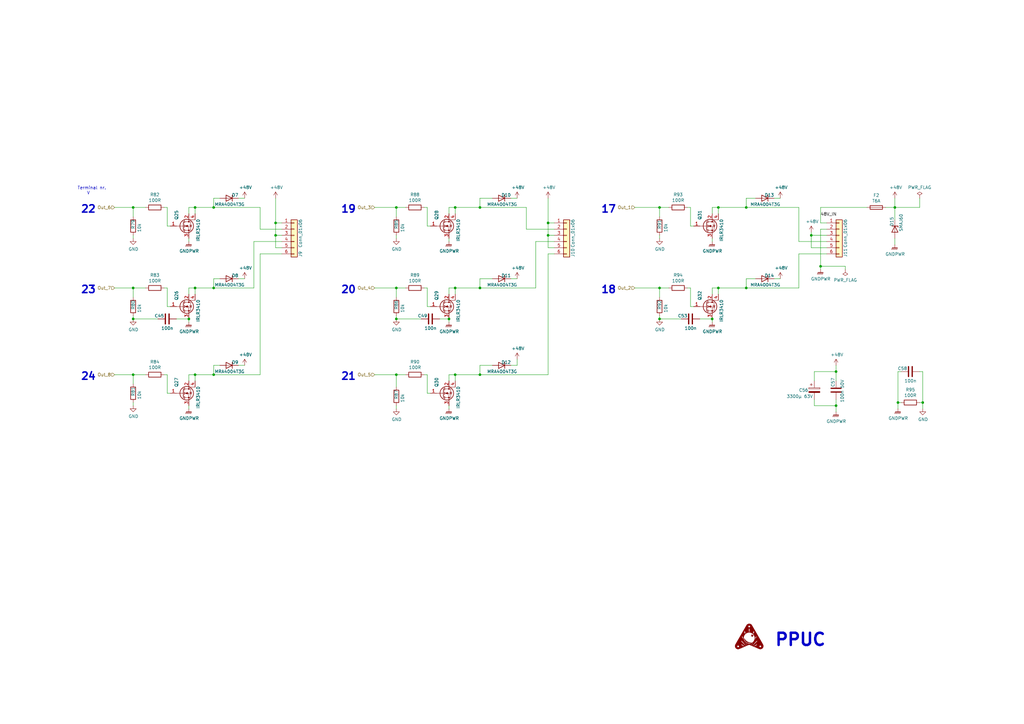
<source format=kicad_sch>
(kicad_sch (version 20211123) (generator eeschema)
  (paper "A3")
  (title_block (title "High Power Outputs") (date "2023-01-29") (rev "1.0.0"))
  (lib_symbols
    (symbol "Connector_Generic:Conn_01x06" (pin_names (offset 1.016) hide)
      (property "Reference" "J" (at 0 7.62 0))
      (property "Value" "Conn_01x06" (at 0 -10.16 0))
      (symbol "Conn_01x06_1_1"
        (rectangle (start -1.27 -7.493) (end 0 -7.747) (stroke (width 0.1524)))
        (rectangle (start -1.27 -4.953) (end 0 -5.207) (stroke (width 0.1524)))
        (rectangle (start -1.27 -2.413) (end 0 -2.667) (stroke (width 0.1524)))
        (rectangle (start -1.27 0.127) (end 0 -0.127) (stroke (width 0.1524)))
        (rectangle (start -1.27 2.667) (end 0 2.413) (stroke (width 0.1524)))
        (rectangle (start -1.27 5.207) (end 0 4.953) (stroke (width 0.1524)))
        (rectangle (start -1.27 6.35) (end 1.27 -8.89) (stroke (width 0.254)) (fill (type background)))
        (pin passive line (at -5.08 5.08 0) (length 3.81) (name "Pin_1") (number "1"))
        (pin passive line (at -5.08 2.54 0) (length 3.81) (name "Pin_2") (number "2"))
        (pin passive line (at -5.08 0 0) (length 3.81) (name "Pin_3") (number "3"))
        (pin passive line (at -5.08 -2.54 0) (length 3.81) (name "Pin_4") (number "4"))
        (pin passive line (at -5.08 -5.08 0) (length 3.81) (name "Pin_5") (number "5"))
        (pin passive line (at -5.08 -7.62 0) (length 3.81) (name "Pin_6") (number "6"))
      )
    )
    (symbol "Device:C" (pin_numbers hide) (pin_names (offset 0.254))
      (property "Reference" "C" (at 0.635 2.54 0))
      (property "Value" "C" (at 0.635 -2.54 0))
      (symbol "C_0_1"
        (polyline (pts (xy -2.032 -0.762) (xy 2.032 -0.762)) (stroke (width 0.508)))
        (polyline (pts (xy -2.032 0.762) (xy 2.032 0.762)) (stroke (width 0.508)))
      )
      (symbol "C_1_1"
        (pin passive line (at 0 3.81 270) (length 2.794) (name "~") (number "1"))
        (pin passive line (at 0 -3.81 90) (length 2.794) (name "~") (number "2"))
      )
    )
    (symbol "Device:C_Polarized" (pin_numbers hide) (pin_names (offset 0.254))
      (property "Reference" "C" (at 0.635 2.54 0))
      (property "Value" "C_Polarized" (at 0.635 -2.54 0))
      (symbol "C_Polarized_0_1"
        (rectangle (start -2.286 0.508) (end 2.286 1.016))
        (polyline (pts (xy -1.778 2.286) (xy -0.762 2.286)))
        (polyline (pts (xy -1.27 2.794) (xy -1.27 1.778)))
        (rectangle (start 2.286 -0.508) (end -2.286 -1.016) (fill (type outline)))
      )
      (symbol "C_Polarized_1_1"
        (pin passive line (at 0 3.81 270) (length 2.794) (name "~") (number "1"))
        (pin passive line (at 0 -3.81 90) (length 2.794) (name "~") (number "2"))
      )
    )
    (symbol "Device:D_Zener" (pin_numbers hide) (pin_names (offset 1.016) hide)
      (property "Reference" "D" (at 0 2.54 0))
      (property "Value" "D_Zener" (at 0 -2.54 0))
      (symbol "D_Zener_0_1"
        (polyline (pts (xy 1.27 0) (xy -1.27 0)))
        (polyline (pts (xy -1.27 -1.27) (xy -1.27 1.27) (xy -0.762 1.27)) (stroke (width 0.254)))
        (polyline (pts (xy 1.27 -1.27) (xy 1.27 1.27) (xy -1.27 0) (xy 1.27 -1.27)) (stroke (width 0.254)))
      )
      (symbol "D_Zener_1_1"
        (pin passive line (at -3.81 0 0) (length 2.54) (name "K") (number "1"))
        (pin passive line (at 3.81 0 180) (length 2.54) (name "A") (number "2"))
      )
    )
    (symbol "Device:Fuse" (pin_numbers hide) (pin_names (offset 0))
      (property "Reference" "F" (at 2.032 0 90))
      (property "Value" "Fuse" (at -1.905 0 90))
      (symbol "Fuse_0_1"
        (rectangle (start -0.762 -2.54) (end 0.762 2.54) (stroke (width 0.254)))
        (polyline (pts (xy 0 2.54) (xy 0 -2.54)))
      )
      (symbol "Fuse_1_1"
        (pin passive line (at 0 3.81 270) (length 1.27) (name "~") (number "1"))
        (pin passive line (at 0 -3.81 90) (length 1.27) (name "~") (number "2"))
      )
    )
    (symbol "Device:Q_NMOS_GDSD" (pin_names (offset 0) hide)
      (property "Reference" "Q" (at 5.08 1.27 0))
      (property "Value" "Q_NMOS_GDSD" (at 5.08 -1.27 0))
      (symbol "Q_NMOS_GDSD_0_1"
        (polyline (pts (xy 0.254 0) (xy -2.54 0)))
        (polyline (pts (xy 0.254 1.905) (xy 0.254 -1.905)) (stroke (width 0.254)))
        (polyline (pts (xy 0.762 -1.27) (xy 0.762 -2.286)) (stroke (width 0.254)))
        (polyline (pts (xy 0.762 0.508) (xy 0.762 -0.508)) (stroke (width 0.254)))
        (polyline (pts (xy 0.762 2.286) (xy 0.762 1.27)) (stroke (width 0.254)))
        (polyline (pts (xy 2.54 -2.54) (xy 2.54 0) (xy 0.762 0)))
        (polyline (pts (xy 5.08 2.54) (xy 2.54 2.54) (xy 2.54 1.778)))
        (polyline (pts (xy 0.762 -1.778) (xy 3.302 -1.778) (xy 3.302 1.778) (xy 0.762 1.778)))
        (polyline (pts (xy 1.016 0) (xy 2.032 0.381) (xy 2.032 -0.381) (xy 1.016 0)) (fill (type outline)))
        (polyline (pts (xy 2.794 0.508) (xy 2.921 0.381) (xy 3.683 0.381) (xy 3.81 0.254)))
        (polyline (pts (xy 3.302 0.381) (xy 2.921 -0.254) (xy 3.683 -0.254) (xy 3.302 0.381)))
        (circle (center 1.651 0) (radius 2.794) (stroke (width 0.254)))
        (circle (center 2.54 -1.778) (radius 0.254) (fill (type outline)))
        (circle (center 2.54 1.778) (radius 0.254) (fill (type outline)))
      )
      (symbol "Q_NMOS_GDSD_1_1"
        (pin input line (at -5.08 0 0) (length 2.54) (name "G") (number "1"))
        (pin passive line (at 2.54 5.08 270) (length 2.54) (name "D") (number "2"))
        (pin passive line (at 2.54 -5.08 90) (length 2.54) (name "S") (number "3"))
        (pin passive line (at 5.08 5.08 270) (length 2.54) (name "D") (number "4"))
      )
    )
    (symbol "Device:R" (pin_numbers hide) (pin_names (offset 0))
      (property "Reference" "R" (at 2.032 0 90))
      (property "Value" "R" (at 0 0 90))
      (symbol "R_0_1"
        (rectangle (start -1.016 -2.54) (end 1.016 2.54) (stroke (width 0.254)))
      )
      (symbol "R_1_1"
        (pin passive line (at 0 3.81 270) (length 1.27) (name "~") (number "1"))
        (pin passive line (at 0 -3.81 90) (length 1.27) (name "~") (number "2"))
      )
    )
    (symbol "Diode:MRA4004T3G" (pin_numbers hide) (pin_names hide)
      (property "Reference" "D" (at 0 2.54 0))
      (property "Value" "MRA4004T3G" (at 0 -2.54 0))
      (symbol "MRA4004T3G_0_1"
        (polyline (pts (xy -1.27 1.27) (xy -1.27 -1.27)) (stroke (width 0.254)))
        (polyline (pts (xy 1.27 0) (xy -1.27 0)))
        (polyline (pts (xy 1.27 1.27) (xy 1.27 -1.27) (xy -1.27 0) (xy 1.27 1.27)) (stroke (width 0.254)))
      )
      (symbol "MRA4004T3G_1_1"
        (pin passive line (at -3.81 0 0) (length 2.54) (name "K") (number "1"))
        (pin passive line (at 3.81 0 180) (length 2.54) (name "A") (number "2"))
      )
    )
    (symbol "logo:LOGO" (pin_names (offset 1.016))
      (symbol "LOGO_0_0"
        (polyline (pts (xy 1.3461 0.5723) (xy 1.401 0.7319) (xy 1.5604 0.9187) (xy 1.7415 1.0689) (xy 1.5906 1.0703) (xy 1.4626 1.0839) (xy 1.2757 1.1732) (xy 1.1226 1.3565) (xy 1.0185 1.5273) (xy 1.0183 1.3201) (xy 1.0052 1.1853) (xy 0.9467 1.0647) (xy 0.8201 0.9316) (xy 0.6221 0.7503) (xy 0.8008 0.7503) (xy 0.8737 0.7451) (xy 1.0075 0.6918) (xy 1.1462 0.5632) (xy 1.3128 0.3761) (xy 1.3461 0.5723)) (stroke (width 0.01)) (fill (type outline)))
        (polyline (pts (xy 0.1988 -2.0744) (xy 0.5626 -2.0132) (xy 0.8306 -1.9387) (xy 0.5626 -1.9329) (xy 0.4034 -1.9255) (xy -0.1437 -1.8346) (xy -0.6511 -1.6461) (xy -1.1124 -1.3635) (xy -1.5212 -0.9906) (xy -1.8709 -0.5311) (xy -1.984 -0.3573) (xy -2.0545 -0.2659) (xy -2.0804 -0.2689) (xy -2.0663 -0.3675) (xy -2.0172 -0.5626) (xy -1.9531 -0.7694) (xy -1.7523 -1.1905) (xy -1.478 -1.5343) (xy -1.1315 -1.7993) (xy -0.7139 -1.9844) (xy -0.5869 -2.0195) (xy -0.2016 -2.0761) (xy 0.1988 -2.0744)) (stroke (width 0.01)) (fill (type outline)))
        (polyline (pts (xy -4.5517 -4.6263) (xy -4.4448 -4.6087) (xy -4.3144 -4.5748) (xy -4.1524 -4.5216) (xy -3.9504 -4.4461) (xy -3.7002 -4.3452) (xy -3.3934 -4.216) (xy -3.0218 -4.0554) (xy -2.5771 -3.8605) (xy -2.0509 -3.6282) (xy -1.435 -3.3556) (xy -1.2826 -3.2884) (xy -0.8872 -3.1181) (xy -0.5757 -2.9915) (xy -0.3394 -2.9052) (xy -0.1694 -2.8558) (xy -0.0568 -2.84) (xy -0.0245 -2.8416) (xy 0.131 -2.8733) (xy 0.3579 -2.9476) (xy 0.3988 -2.9636) (xy 0.839 -2.9636) (xy 0.8472 -2.8886) (xy 0.9027 -2.7535) (xy 0.9916 -2.5822) (xy 1.0998 -2.3987) (xy 1.2134 -2.2268) (xy 1.3183 -2.0905) (xy 1.4005 -2.0137) (xy 1.4168 -2.0042) (xy 1.5142 -1.9565) (xy 1.554 -1.9532) (xy 1.5352 -1.9949) (xy 1.471 -2.1124) (xy 1.372 -2.2847) (xy 1.2494 -2.4921) (xy 1.1911 -2.5891) (xy 1.067 -2.7902) (xy 0.9809 -2.9159) (xy 0.922 -2.9787) (xy 0.8793 -2.9916) (xy 0.8417 -2.9673) (xy 0.839 -2.9636) (xy 0.3988 -2.9636) (xy 0.6639 -3.0673) (xy 0.7882 -3.1204) (xy 1.3552 -3.1204) (xy 1.3684 -3.0819) (xy 1.4092 -3.0182) (xy 1.4848 -2.9199) (xy 1.6022 -2.7776) (xy 1.7681 -2.5821) (xy 1.9898 -2.3238) (xy 2.2741 -1.9934) (xy 2.3543 -1.9006) (xy 2.5716 -1.6532) (xy 2.7639 -1.4401) (xy 2.9202 -1.2731) (xy 3.0295 -1.1642) (xy 3.0806 -1.1253) (xy 3.1358 -1.1406) (xy 3.2268 -1.2163) (xy 3.2683 -1.3101) (xy 3.2514 -1.3383) (xy 3.1703 -1.4365) (xy 3.0314 -1.5923) (xy 2.845 -1.7944) (xy 2.6213 -2.0315) (xy 2.3707 -2.2924) (xy 2.351 -2.3128) (xy 2.0542 -2.6162) (xy 1.8219 -2.8468) (xy 1.6473 -3.011) (xy 1.5231 -3.1152) (xy 1.4426 -3.1656) (xy 1.3986 -3.1685) (xy 1.3841 -3.1593) (xy 1.3628 -3.1431) (xy 1.3552 -3.1204) (xy 0.7882 -3.1204) (xy 1.0567 -3.2351) (xy 1.0705 -3.2411) (xy 1.3795 -3.3769) (xy 1.9566 -3.3769) (xy 1.9884 -3.3276) (xy 2.094 -3.2343) (xy 2.2572 -3.1101) (xy 2.4618 -2.9683) (xy 2.6777 -2.8269) (xy 2.8466 -2.7247) (xy 2.9592 -2.6709) (xy 3.0317 -2.658) (xy 3.0801 -2.6784) (xy 3.1461 -2.75) (xy 3.1608 -2.8368) (xy 3.096 -2.9317) (xy 2.9448 -3.0443) (xy 2.7 -3.184) (xy 2.4032 -3.33) (xy 2.1841 -3.41) (xy 2.1049 -3.4183) (xy 4.0884 -3.4183) (xy 4.1623 -3.2625) (xy 4.3036 -3.1508) (xy 4.5012 -3.108) (xy 4.5793 -3.1144) (xy 4.7536 -3.1871) (xy 4.8688 -3.3198) (xy 4.9151 -3.4866) (xy 4.8831 -3.6614) (xy 4.7631 -3.818) (xy 4.7494 -3.8288) (xy 4.5699 -3.9046) (xy 4.377 -3.8877) (xy 4.2041 -3.7802) (xy 4.187 -3.7622) (xy 4.093 -3.5932) (xy 4.0884 -3.4183) (xy 2.1049 -3.4183) (xy 2.0372 -3.4254) (xy 1.9569 -3.3776) (xy 1.9566 -3.3769) (xy 1.3795 -3.3769) (xy 1.4118 -3.3911) (xy 1.8166 -3.5689) (xy 2.2518 -3.7602) (xy 2.6843 -3.9502) (xy 3.0812 -4.1246) (xy 3.4438 -4.2828) (xy 3.7384 -4.4075) (xy 3.9656 -4.4978) (xy 4.1405 -4.5588) (xy 4.2783 -4.5958) (xy 4.3943 -4.6142) (xy 4.5035 -4.6191) (xy 4.5541 -4.6183) (xy 4.9176 -4.5572) (xy 5.2324 -4.407) (xy 5.4866 -4.1778) (xy 5.6688 -3.8797) (xy 5.767 -3.5229) (xy 5.7717 -3.4883) (xy 5.7812 -3.4013) (xy 5.7831 -3.317) (xy 5.7737 -3.2275) (xy 5.7489 -3.1248) (xy 5.7051 -3.001) (xy 5.6384 -2.848) (xy 5.5448 -2.658) (xy 5.4206 -2.4231) (xy 5.2619 -2.1351) (xy 5.0648 -1.7863) (xy 4.8256 -1.3685) (xy 4.5403 -0.874) (xy 4.2052 -0.2947) (xy 3.8596 0.3026) (xy 3.2999 1.2707) (xy 2.6957 2.3167) (xy 2.0442 3.4454) (xy 1.3424 4.6621) (xy 1.3358 4.6735) (xy 1.1639 4.9694) (xy 1.0314 5.1879) (xy 0.9254 5.3445) (xy 0.8331 5.4546) (xy 0.7415 5.5337) (xy 0.6378 5.5972) (xy 0.509 5.6605) (xy 0.4416 5.69) (xy 0.084 5.7811) (xy -0.2769 5.7684) (xy -0.6253 5.6522) (xy -0.7345 5.5939) (xy -0.885 5.5) (xy -0.9779 5.4245) (xy -0.9942 5.4027) (xy -1.0647 5.2936) (xy -1.1755 5.1127) (xy -1.3175 4.8747) (xy -1.4638 4.6255) (xy -0.4632 4.6255) (xy -0.4306 4.8182) (xy -0.3984 4.8816) (xy -0.2632 5.0164) (xy -0.0889 5.0695) (xy 0.0977 5.0371) (xy 0.2697 4.9157) (xy 0.3554 4.7754) (xy 0.3676 4.5978) (xy 0.2886 4.4299) (xy 0.1241 4.2957) (xy 0.0455 4.2633) (xy -0.1365 4.2539) (xy -0.2956 4.324) (xy -0.4114 4.4543) (xy -0.4632 4.6255) (xy -1.4638 4.6255) (xy -1.4819 4.5946) (xy -1.66 4.287) (xy -1.7166 4.1885) (xy -1.9049 3.8615) (xy -2.0851 3.5488) (xy -2.1688 3.404) (xy -0.2283 3.404) (xy -0.2262 3.5927) (xy -0.2144 3.7126) (xy -0.1911 3.7823) (xy -0.1547 3.82) (xy -0.0974 3.8437) (xy 0.0195 3.8417) (xy 0.061 3.8097) (xy 0.0892 3.7328) (xy 0.1031 3.5914) (xy 0.1067 3.3643) (xy 0.1066 3.3405) (xy 0.1012 3.0848) (xy 0.089 2.834) (xy 0.0724 2.6392) (xy 0.0716 2.6321) (xy 0.043 2.4646) (xy 0.0034 2.3807) (xy -0.0579 2.3578) (xy -0.1111 2.3636) (xy -0.1783 2.398) (xy -0.1789 2.3992) (xy -0.1896 2.4712) (xy -0.2012 2.627) (xy -0.2123 2.8444) (xy -0.2216 3.1014) (xy -0.2224 3.1282) (xy -0.2283 3.404) (xy -2.1688 3.404) (xy -2.2461 3.2702) (xy -2.3763 3.0453) (xy -2.4646 2.8937) (xy -2.5328 2.7766) (xy -2.6595 2.5584) (xy -2.6793 2.5242) (xy -2.1341 2.5242) (xy -2.1155 2.5845) (xy -2.0247 2.675) (xy -1.8982 2.6952) (xy -1.7757 2.633) (xy -1.7537 2.6068) (xy -1.6879 2.4618) (xy -1.6458 2.267) (xy -1.6309 2.0599) (xy -1.6466 1.8782) (xy -1.6962 1.7594) (xy -1.7615 1.6966) (xy -1.8218 1.6612) (xy -1.8419 1.6763) (xy -1.8946 1.7681) (xy -1.9597 1.9182) (xy -2.0266 2.0977) (xy -2.0849 2.2778) (xy -2.1243 2.4296) (xy -2.1341 2.5242) (xy -2.6793 2.5242) (xy -2.8158 2.2886) (xy -2.9879 1.9906) (xy -3.1625 1.688) (xy -3.2951 1.458) (xy -3.469 1.1568) (xy -3.63 0.8782) (xy -3.7647 0.6455) (xy -3.8595 0.4823) (xy -3.8914 0.4274) (xy -3.0678 0.4274) (xy -3.0484 0.5433) (xy -2.9776 0.6215) (xy -2.8768 0.6275) (xy -2.7998 0.5648) (xy -2.7033 0.4155) (xy -2.6127 0.2108) (xy -2.5894 0.1365) (xy -2.3239 0.1365) (xy -2.2472 0.5701) (xy -2.0885 0.9814) (xy -1.8498 1.3566) (xy -1.5332 1.6819) (xy -1.1407 1.9435) (xy -0.9119 2.0507) (xy -0.4377 2.1933) (xy 0.0354 2.2296) (xy 0.504 2.1594) (xy 0.8654 2.0208) (xy 1.5087 2.0208) (xy 1.525 2.2218) (xy 1.567 2.4548) (xy 1.6445 2.6272) (xy 1.7518 2.7009) (xy 1.8868 2.6733) (xy 1.9403 2.6399) (xy 1.9991 2.568) (xy 2.0109 2.4625) (xy 1.976 2.3022) (xy 1.8947 2.0662) (xy 1.8728 2.0084) (xy 1.8012 1.8315) (xy 1.7436 1.7078) (xy 1.7109 1.6612) (xy 1.6648 1.6879) (xy 1.5826 1.7664) (xy 1.55 1.8078) (xy 1.5157 1.8934) (xy 1.5087 2.0208) (xy 0.8654 2.0208) (xy 0.9647 1.9827) (xy 1.1079 1.903) (xy 1.4698 1.6273) (xy 1.772 1.2848) (xy 2.0056 0.8931) (xy 2.1613 0.4697) (xy 2.2302 0.0322) (xy 2.203 -0.4019) (xy 2.1714 -0.5408) (xy 2.1461 -0.6155) (xy 2.3578 -0.6155) (xy 2.3583 -0.2943) (xy 2.3682 -0.0984) (xy 2.4156 0.0962) (xy 2.5179 0.3043) (xy 2.5922 0.4276) (xy 2.6782 0.5541) (xy 2.7341 0.617) (xy 2.7414 0.6209) (xy 2.8273 0.6122) (xy 2.9101 0.5431) (xy 2.9472 0.4477) (xy 2.9318 0.398) (xy 2.8706 0.2689) (xy 2.7736 0.0883) (xy 2.6525 -0.1215) (xy 2.3578 -0.6155) (xy 2.1461 -0.6155) (xy 2.064 -0.8575) (xy 1.9161 -1.1751) (xy 1.7457 -1.4578) (xy 1.5706 -1.6698) (xy 1.3652 -1.8396) (xy 1.0298 -2.0466) (xy 0.6676 -2.2076) (xy 0.3215 -2.3008) (xy 0.1712 -2.3246) (xy 0.0123 -2.3442) (xy -0.1182 -2.3464) (xy -0.2648 -2.331) (xy -0.4724 -2.2979) (xy -0.4834 -2.296) (xy -0.9009 -2.1729) (xy -1.3021 -1.9569) (xy -1.6617 -1.6616) (xy -1.7713 -1.5443) (xy -2.0424 -1.1598) (xy -2.2235 -0.7423) (xy -2.3167 -0.3056) (xy -2.3239 0.1365) (xy -2.5894 0.1365) (xy -2.5398 -0.0217) (xy -2.4965 -0.2545) (xy -2.4816 -0.4145) (xy -2.4756 -0.541) (xy -2.4815 -0.5894) (xy -2.5017 -0.5657) (xy -2.5654 -0.4691) (xy -2.6582 -0.3191) (xy -2.7664 -0.1389) (xy -2.8762 0.0488) (xy -2.974 0.2208) (xy -3.046 0.3543) (xy -3.0678 0.4274) (xy -3.8914 0.4274) (xy -4.074 0.1136) (xy -4.3251 -0.3193) (xy -4.5746 -0.7508) (xy -4.8159 -1.1694) (xy -4.8786 -1.2784) (xy -3.3671 -1.2784) (xy -3.3327 -1.1892) (xy -3.2323 -1.1521) (xy -3.1966 -1.1624) (xy -3.1101 -1.2232) (xy -2.9813 -1.3438) (xy -2.8042 -1.5303) (xy -2.5728 -1.7888) (xy -2.4208 -1.9643) (xy -1.6612 -1.9643) (xy -1.6594 -1.9591) (xy -1.608 -1.97) (xy -1.508 -2.0309) (xy -1.4986 -2.0381) (xy -1.4073 -2.1382) (xy -1.294 -2.297) (xy -1.1757 -2.4857) (xy -1.1695 -2.4968) (xy -0.7356 -2.4968) (xy -0.7314 -2.4282) (xy -0.7254 -2.4236) (xy -0.6547 -2.4286) (xy -0.5743 -2.4801) (xy -0.5359 -2.5467) (xy -0.5327 -2.5851) (xy -0.5292 -2.5989) (xy -0.1072 -2.5989) (xy -0.1012 -2.5619) (xy -0.0536 -2.5185) (xy -0.029 -2.5276) (xy 0 -2.5989) (xy -0.0061 -2.6359) (xy -0.0536 -2.6793) (xy -0.0783 -2.6702) (xy -0.1072 -2.5989) (xy -0.5292 -2.5989) (xy -0.5081 -2.6831) (xy 0.3751 -2.6831) (xy 0.3938 -2.606) (xy 0.4512 -2.5082) (xy 0.5205 -2.4385) (xy 0.5741 -2.4318) (xy 0.5748 -2.4325) (xy 0.5814 -2.4999) (xy 0.5635 -2.6219) (xy 0.5251 -2.7192) (xy 0.4602 -2.7803) (xy 0.4009 -2.7713) (xy 0.3751 -2.6831) (xy -0.5081 -2.6831) (xy -0.5034 -2.7017) (xy -0.4959 -2.7525) (xy -0.5517 -2.7865) (xy -0.5685 -2.7818) (xy -0.6326 -2.7165) (xy -0.6955 -2.6073) (xy -0.7356 -2.4968) (xy -1.1695 -2.4968) (xy -1.0699 -2.6753) (xy -0.9938 -2.8369) (xy -0.9646 -2.9417) (xy -0.969 -2.9815) (xy -1.0057 -2.9971) (xy -1.0815 -2.9245) (xy -1.199 -2.761) (xy -1.3606 -2.5038) (xy -1.4599 -2.3373) (xy -1.5641 -2.1562) (xy -1.635 -2.025) (xy -1.6612 -1.9643) (xy -2.4208 -1.9643) (xy -2.2811 -2.1255) (xy -2.1217 -2.3119) (xy -1.9044 -2.5679) (xy -1.7186 -2.7886) (xy -1.574 -2.9626) (xy -1.4803 -3.0784) (xy -1.4469 -3.1245) (xy -1.454 -3.1382) (xy -1.52 -3.1781) (xy -1.5278 -3.1783) (xy -1.6047 -3.1327) (xy -1.7462 -3.0164) (xy -1.9453 -2.8356) (xy -2.1952 -2.5966) (xy -2.489 -2.3054) (xy -2.6581 -2.1348) (xy -2.9131 -1.8736) (xy -3.1029 -1.672) (xy -3.2353 -1.521) (xy -3.3182 -1.4112) (xy -3.3595 -1.3334) (xy -3.3671 -1.2784) (xy -4.8786 -1.2784) (xy -5.0426 -1.5637) (xy -5.2481 -1.9224) (xy -5.4258 -2.2341) (xy -5.5692 -2.4873) (xy -5.6719 -2.6707) (xy -5.7271 -2.7729) (xy -5.7627 -2.8709) (xy -3.2801 -2.8709) (xy -3.2782 -2.7698) (xy -3.2311 -2.6705) (xy -3.1611 -2.6257) (xy -3.1607 -2.6257) (xy -3.0971 -2.6543) (xy -2.9637 -2.7303) (xy -2.7798 -2.8423) (xy -2.5647 -2.9788) (xy -2.4856 -3.0303) (xy -2.2723 -3.1753) (xy -2.1417 -3.2771) (xy -2.0852 -3.3429) (xy -2.0946 -3.3799) (xy -2.1486 -3.4044) (xy -2.2775 -3.4271) (xy -2.3431 -3.4116) (xy -2.4883 -3.3518) (xy -2.6743 -3.2611) (xy -2.8733 -3.1545) (xy -3.0577 -3.0469) (xy -3.1998 -2.9533) (xy -3.2718 -2.8888) (xy -3.2801 -2.8709) (xy -5.7627 -2.8709) (xy -5.8531 -3.1193) (xy -5.8778 -3.4709) (xy -5.8635 -3.5309) (xy -5.022 -3.5309) (xy -5.0037 -3.3668) (xy -4.9098 -3.2345) (xy -4.7661 -3.1451) (xy -4.5983 -3.1099) (xy -4.432 -3.1399) (xy -4.293 -3.2464) (xy -4.1967 -3.4285) (xy -4.2009 -3.61) (xy -4.3113 -3.7802) (xy -4.4173 -3.8602) (xy -4.5991 -3.9092) (xy -4.7763 -3.8703) (xy -4.9237 -3.7513) (xy -5.016 -3.5602) (xy -5.022 -3.5309) (xy -5.8635 -3.5309) (xy -5.7969 -3.8115) (xy -5.611 -4.1347) (xy -5.4411 -4.3242) (xy -5.1815 -4.5027) (xy -4.8682 -4.6016) (xy -4.8152 -4.6112) (xy -4.7286 -4.6245) (xy -4.6436 -4.6306) (xy -4.5517 -4.6263)) (stroke (width 0.01)) (fill (type outline)))
      )
    )
    (symbol "power:+48V" (power) (pin_names (offset 0))
      (property "Value" "+48V" (at 0 3.556 0))
      (symbol "+48V_0_1"
        (polyline (pts (xy -0.762 1.27) (xy 0 2.54)))
        (polyline (pts (xy 0 0) (xy 0 2.54)))
        (polyline (pts (xy 0 2.54) (xy 0.762 1.27)))
      )
      (symbol "+48V_1_1"
        (pin power_in line (at 0 0 90) (length 0) hide (name "+48V") (number "1"))
      )
    )
    (symbol "power:GND" (power) (pin_names (offset 0))
      (property "Value" "GND" (at 0 -3.81 0))
      (symbol "GND_0_1"
        (polyline (pts (xy 0 0) (xy 0 -1.27) (xy 1.27 -1.27) (xy 0 -2.54) (xy -1.27 -1.27) (xy 0 -1.27)))
      )
      (symbol "GND_1_1"
        (pin power_in line (at 0 0 270) (length 0) hide (name "GND") (number "1"))
      )
    )
    (symbol "power:GNDPWR" (power) (pin_names (offset 0))
      (property "Value" "GNDPWR" (at 0 -3.302 0))
      (symbol "GNDPWR_0_1"
        (polyline (pts (xy 0 -1.27) (xy 0 0)))
        (polyline (pts (xy -1.016 -1.27) (xy -1.27 -2.032) (xy -1.27 -2.032)) (stroke (width 0.2032)))
        (polyline (pts (xy -0.508 -1.27) (xy -0.762 -2.032) (xy -0.762 -2.032)) (stroke (width 0.2032)))
        (polyline (pts (xy 0 -1.27) (xy -0.254 -2.032) (xy -0.254 -2.032)) (stroke (width 0.2032)))
        (polyline (pts (xy 0.508 -1.27) (xy 0.254 -2.032) (xy 0.254 -2.032)) (stroke (width 0.2032)))
        (polyline (pts (xy 1.016 -1.27) (xy -1.016 -1.27) (xy -1.016 -1.27)) (stroke (width 0.2032)))
        (polyline (pts (xy 1.016 -1.27) (xy 0.762 -2.032) (xy 0.762 -2.032) (xy 0.762 -2.032)) (stroke (width 0.2032)))
      )
      (symbol "GNDPWR_1_1"
        (pin power_in line (at 0 0 270) (length 0) hide (name "GNDPWR") (number "1"))
      )
    )
    (symbol "power:PWR_FLAG" (power) (pin_numbers hide) (pin_names (offset 0) hide)
      (property "Value" "PWR_FLAG" (at 0 3.81 0))
      (symbol "PWR_FLAG_0_0"
        (pin power_out line (at 0 0 90) (length 0) (name "pwr") (number "1"))
      )
      (symbol "PWR_FLAG_0_1"
        (polyline (pts (xy 0 0) (xy 0 1.27) (xy -1.016 1.905) (xy 0 2.54) (xy 1.016 1.905) (xy 0 1.27)))
      )
    )
  )
  (junction (at 184.15 130.81))
  (junction (at 196.85 85.09))
  (junction (at 342.9 166.37))
  (junction (at 367.03 85.09))
  (junction (at 54.61 85.09))
  (junction (at 336.55 109.22))
  (junction (at 113.03 96.52))
  (junction (at 87.63 85.09))
  (junction (at 186.69 153.67))
  (junction (at 292.1 130.81))
  (junction (at 306.07 118.11))
  (junction (at 186.69 118.11))
  (junction (at 186.69 85.09))
  (junction (at 162.56 130.81))
  (junction (at 162.56 85.09))
  (junction (at 113.03 91.44))
  (junction (at 196.85 118.11))
  (junction (at 378.46 165.1))
  (junction (at 368.3 165.1))
  (junction (at 162.56 118.11))
  (junction (at 224.79 91.44))
  (junction (at 342.9 152.4))
  (junction (at 77.47 130.81))
  (junction (at 294.64 118.11))
  (junction (at 162.56 153.67))
  (junction (at 270.51 118.11))
  (junction (at 306.07 85.09))
  (junction (at 332.74 96.52))
  (junction (at 294.64 85.09))
  (junction (at 270.51 85.09))
  (junction (at 80.01 85.09))
  (junction (at 54.61 118.11))
  (junction (at 54.61 153.67))
  (junction (at 80.01 118.11))
  (junction (at 224.79 96.52))
  (junction (at 87.63 118.11))
  (junction (at 80.01 153.67))
  (junction (at 196.85 153.67))
  (junction (at 270.51 130.81))
  (junction (at 87.63 153.67))
  (junction (at 54.61 130.81))
  (wire (pts (xy 294.64 118.11) (xy 306.07 118.11)))
  (wire (pts (xy 336.55 109.22) (xy 336.55 110.49)))
  (wire (pts (xy 176.53 92.71) (xy 175.26 92.71)))
  (wire (pts (xy 77.47 85.09) (xy 80.01 85.09)))
  (wire (pts (xy 270.51 97.79) (xy 270.51 96.52)))
  (wire (pts (xy 77.47 118.11) (xy 80.01 118.11)))
  (wire (pts (xy 97.79 81.28) (xy 100.33 81.28)))
  (wire (pts (xy 342.9 152.4) (xy 334.01 152.4)))
  (wire (pts (xy 186.69 118.11) (xy 196.85 118.11)))
  (wire (pts (xy 317.5 114.3) (xy 320.04 114.3)))
  (wire (pts (xy 106.68 85.09) (xy 106.68 93.98)))
  (wire (pts (xy 184.15 156.21) (xy 184.15 153.67)))
  (wire (pts (xy 166.37 118.11) (xy 162.56 118.11)))
  (wire (pts (xy 104.14 99.06) (xy 115.57 99.06)))
  (wire (pts (xy 332.74 96.52) (xy 339.09 96.52)))
  (wire (pts (xy 184.15 87.63) (xy 184.15 85.09)))
  (wire (pts (xy 332.74 96.52) (xy 332.74 101.6)))
  (wire (pts (xy 270.51 88.9) (xy 270.51 85.09)))
  (wire (pts (xy 306.07 85.09) (xy 327.66 85.09)))
  (wire (pts (xy 224.79 96.52) (xy 227.33 96.52)))
  (wire (pts (xy 306.07 81.28) (xy 306.07 85.09)))
  (wire (pts (xy 274.32 85.09) (xy 270.51 85.09)))
  (wire (pts (xy 59.69 153.67) (xy 54.61 153.67)))
  (wire (pts (xy 77.47 87.63) (xy 77.47 85.09)))
  (wire (pts (xy 184.15 120.65) (xy 184.15 118.11)))
  (wire (pts (xy 80.01 85.09) (xy 87.63 85.09)))
  (wire (pts (xy 87.63 118.11) (xy 104.14 118.11)))
  (wire (pts (xy 162.56 167.64) (xy 162.56 166.37)))
  (wire (pts (xy 368.3 165.1) (xy 369.57 165.1)))
  (wire (pts (xy 367.03 85.09) (xy 367.03 90.17)))
  (wire (pts (xy 176.53 125.73) (xy 175.26 125.73)))
  (wire (pts (xy 339.09 99.06) (xy 327.66 99.06)))
  (wire (pts (xy 367.03 81.28) (xy 367.03 85.09)))
  (wire (pts (xy 306.07 118.11) (xy 327.66 118.11)))
  (wire (pts (xy 283.21 125.73) (xy 283.21 118.11)))
  (wire (pts (xy 201.93 149.86) (xy 196.85 149.86)))
  (wire (pts (xy 113.03 101.6) (xy 115.57 101.6)))
  (wire (pts (xy 363.22 85.09) (xy 367.03 85.09)))
  (wire (pts (xy 346.71 109.22) (xy 336.55 109.22)))
  (wire (pts (xy 377.19 85.09) (xy 377.19 81.28)))
  (wire (pts (xy 162.56 121.92) (xy 162.56 118.11)))
  (wire (pts (xy 212.09 149.86) (xy 212.09 147.32)))
  (wire (pts (xy 186.69 85.09) (xy 196.85 85.09)))
  (wire (pts (xy 224.79 96.52) (xy 224.79 101.6)))
  (wire (pts (xy 346.71 110.49) (xy 346.71 109.22)))
  (wire (pts (xy 90.17 81.28) (xy 87.63 81.28)))
  (wire (pts (xy 77.47 153.67) (xy 80.01 153.67)))
  (wire (pts (xy 87.63 85.09) (xy 106.68 85.09)))
  (wire (pts (xy 334.01 163.83) (xy 334.01 166.37)))
  (wire (pts (xy 162.56 88.9) (xy 162.56 85.09)))
  (wire (pts (xy 54.61 118.11) (xy 46.99 118.11)))
  (wire (pts (xy 377.19 165.1) (xy 378.46 165.1)))
  (wire (pts (xy 54.61 97.79) (xy 54.61 96.52)))
  (wire (pts (xy 284.48 92.71) (xy 283.21 92.71)))
  (wire (pts (xy 80.01 118.11) (xy 87.63 118.11)))
  (wire (pts (xy 180.34 130.81) (xy 184.15 130.81)))
  (wire (pts (xy 67.31 153.67) (xy 68.58 153.67)))
  (wire (pts (xy 186.69 153.67) (xy 196.85 153.67)))
  (wire (pts (xy 367.03 97.79) (xy 367.03 100.33)))
  (wire (pts (xy 309.88 81.28) (xy 306.07 81.28)))
  (wire (pts (xy 209.55 114.3) (xy 212.09 114.3)))
  (wire (pts (xy 54.61 166.37) (xy 54.61 165.1)))
  (wire (pts (xy 219.71 118.11) (xy 219.71 99.06)))
  (wire (pts (xy 334.01 166.37) (xy 342.9 166.37)))
  (wire (pts (xy 292.1 85.09) (xy 294.64 85.09)))
  (wire (pts (xy 224.79 153.67) (xy 224.79 104.14)))
  (wire (pts (xy 184.15 118.11) (xy 186.69 118.11)))
  (wire (pts (xy 342.9 149.86) (xy 342.9 152.4)))
  (wire (pts (xy 68.58 125.73) (xy 68.58 118.11)))
  (wire (pts (xy 162.56 153.67) (xy 153.67 153.67)))
  (wire (pts (xy 284.48 125.73) (xy 283.21 125.73)))
  (wire (pts (xy 342.9 163.83) (xy 342.9 166.37)))
  (wire (pts (xy 68.58 161.29) (xy 68.58 153.67)))
  (wire (pts (xy 175.26 125.73) (xy 175.26 118.11)))
  (wire (pts (xy 186.69 87.63) (xy 186.69 85.09)))
  (wire (pts (xy 281.94 85.09) (xy 283.21 85.09)))
  (wire (pts (xy 186.69 156.21) (xy 186.69 153.67)))
  (wire (pts (xy 106.68 104.14) (xy 115.57 104.14)))
  (wire (pts (xy 80.01 87.63) (xy 80.01 85.09)))
  (wire (pts (xy 378.46 165.1) (xy 378.46 167.64)))
  (wire (pts (xy 294.64 87.63) (xy 294.64 85.09)))
  (wire (pts (xy 306.07 114.3) (xy 306.07 118.11)))
  (wire (pts (xy 59.69 118.11) (xy 54.61 118.11)))
  (wire (pts (xy 196.85 153.67) (xy 224.79 153.67)))
  (wire (pts (xy 219.71 99.06) (xy 227.33 99.06)))
  (wire (pts (xy 54.61 130.81) (xy 54.61 129.54)))
  (wire (pts (xy 332.74 101.6) (xy 339.09 101.6)))
  (wire (pts (xy 186.69 120.65) (xy 186.69 118.11)))
  (wire (pts (xy 97.79 114.3) (xy 100.33 114.3)))
  (wire (pts (xy 176.53 161.29) (xy 175.26 161.29)))
  (wire (pts (xy 173.99 118.11) (xy 175.26 118.11)))
  (wire (pts (xy 209.55 81.28) (xy 212.09 81.28)))
  (wire (pts (xy 162.56 97.79) (xy 162.56 96.52)))
  (wire (pts (xy 292.1 87.63) (xy 292.1 85.09)))
  (wire (pts (xy 281.94 118.11) (xy 283.21 118.11)))
  (wire (pts (xy 201.93 114.3) (xy 196.85 114.3)))
  (wire (pts (xy 342.9 156.21) (xy 342.9 152.4)))
  (wire (pts (xy 292.1 118.11) (xy 294.64 118.11)))
  (wire (pts (xy 367.03 85.09) (xy 377.19 85.09)))
  (wire (pts (xy 67.31 85.09) (xy 68.58 85.09)))
  (wire (pts (xy 342.9 166.37) (xy 342.9 168.91)))
  (wire (pts (xy 115.57 91.44) (xy 113.03 91.44)))
  (wire (pts (xy 72.39 130.81) (xy 77.47 130.81)))
  (wire (pts (xy 87.63 153.67) (xy 106.68 153.67)))
  (wire (pts (xy 336.55 85.09) (xy 355.6 85.09)))
  (wire (pts (xy 69.85 161.29) (xy 68.58 161.29)))
  (wire (pts (xy 378.46 152.4) (xy 378.46 165.1)))
  (wire (pts (xy 227.33 91.44) (xy 224.79 91.44)))
  (wire (pts (xy 368.3 152.4) (xy 368.3 165.1)))
  (wire (pts (xy 339.09 91.44) (xy 336.55 91.44)))
  (wire (pts (xy 54.61 85.09) (xy 46.99 85.09)))
  (wire (pts (xy 309.88 114.3) (xy 306.07 114.3)))
  (wire (pts (xy 87.63 81.28) (xy 87.63 85.09)))
  (wire (pts (xy 162.56 130.81) (xy 162.56 129.54)))
  (wire (pts (xy 90.17 149.86) (xy 87.63 149.86)))
  (wire (pts (xy 336.55 93.98) (xy 336.55 109.22)))
  (wire (pts (xy 283.21 92.71) (xy 283.21 85.09)))
  (wire (pts (xy 209.55 149.86) (xy 212.09 149.86)))
  (wire (pts (xy 317.5 81.28) (xy 320.04 81.28)))
  (wire (pts (xy 332.74 95.25) (xy 332.74 96.52)))
  (wire (pts (xy 215.9 93.98) (xy 227.33 93.98)))
  (wire (pts (xy 224.79 101.6) (xy 227.33 101.6)))
  (wire (pts (xy 292.1 120.65) (xy 292.1 118.11)))
  (wire (pts (xy 77.47 97.79) (xy 77.47 99.06)))
  (wire (pts (xy 279.4 130.81) (xy 270.51 130.81)))
  (wire (pts (xy 294.64 85.09) (xy 306.07 85.09)))
  (wire (pts (xy 184.15 85.09) (xy 186.69 85.09)))
  (wire (pts (xy 106.68 153.67) (xy 106.68 104.14)))
  (wire (pts (xy 184.15 166.37) (xy 184.15 167.64)))
  (wire (pts (xy 77.47 130.81) (xy 77.47 132.08)))
  (wire (pts (xy 334.01 152.4) (xy 334.01 156.21)))
  (wire (pts (xy 87.63 114.3) (xy 87.63 118.11)))
  (wire (pts (xy 97.79 149.86) (xy 100.33 149.86)))
  (wire (pts (xy 196.85 118.11) (xy 219.71 118.11)))
  (wire (pts (xy 162.56 118.11) (xy 153.67 118.11)))
  (wire (pts (xy 327.66 104.14) (xy 339.09 104.14)))
  (wire (pts (xy 215.9 85.09) (xy 215.9 93.98)))
  (wire (pts (xy 184.15 130.81) (xy 184.15 132.08)))
  (wire (pts (xy 106.68 93.98) (xy 115.57 93.98)))
  (wire (pts (xy 368.3 167.64) (xy 368.3 165.1)))
  (wire (pts (xy 377.19 152.4) (xy 378.46 152.4)))
  (wire (pts (xy 196.85 149.86) (xy 196.85 153.67)))
  (wire (pts (xy 162.56 85.09) (xy 153.67 85.09)))
  (wire (pts (xy 69.85 125.73) (xy 68.58 125.73)))
  (wire (pts (xy 59.69 85.09) (xy 54.61 85.09)))
  (wire (pts (xy 69.85 92.71) (xy 68.58 92.71)))
  (wire (pts (xy 294.64 120.65) (xy 294.64 118.11)))
  (wire (pts (xy 336.55 85.09) (xy 336.55 91.44)))
  (wire (pts (xy 113.03 96.52) (xy 113.03 101.6)))
  (wire (pts (xy 196.85 114.3) (xy 196.85 118.11)))
  (wire (pts (xy 287.02 130.81) (xy 292.1 130.81)))
  (wire (pts (xy 184.15 153.67) (xy 186.69 153.67)))
  (wire (pts (xy 224.79 104.14) (xy 227.33 104.14)))
  (wire (pts (xy 77.47 156.21) (xy 77.47 153.67)))
  (wire (pts (xy 336.55 93.98) (xy 339.09 93.98)))
  (wire (pts (xy 80.01 156.21) (xy 80.01 153.67)))
  (wire (pts (xy 270.51 85.09) (xy 260.35 85.09)))
  (wire (pts (xy 113.03 91.44) (xy 113.03 96.52)))
  (wire (pts (xy 77.47 166.37) (xy 77.47 167.64)))
  (wire (pts (xy 80.01 120.65) (xy 80.01 118.11)))
  (wire (pts (xy 175.26 161.29) (xy 175.26 153.67)))
  (wire (pts (xy 224.79 91.44) (xy 224.79 96.52)))
  (wire (pts (xy 173.99 85.09) (xy 175.26 85.09)))
  (wire (pts (xy 270.51 118.11) (xy 274.32 118.11)))
  (wire (pts (xy 292.1 97.79) (xy 292.1 99.06)))
  (wire (pts (xy 113.03 96.52) (xy 115.57 96.52)))
  (wire (pts (xy 327.66 99.06) (xy 327.66 85.09)))
  (wire (pts (xy 54.61 153.67) (xy 46.99 153.67)))
  (wire (pts (xy 166.37 153.67) (xy 162.56 153.67)))
  (wire (pts (xy 64.77 130.81) (xy 54.61 130.81)))
  (wire (pts (xy 184.15 97.79) (xy 184.15 99.06)))
  (wire (pts (xy 162.56 158.75) (xy 162.56 153.67)))
  (wire (pts (xy 54.61 157.48) (xy 54.61 153.67)))
  (wire (pts (xy 54.61 88.9) (xy 54.61 85.09)))
  (wire (pts (xy 166.37 85.09) (xy 162.56 85.09)))
  (wire (pts (xy 90.17 114.3) (xy 87.63 114.3)))
  (wire (pts (xy 270.51 130.81) (xy 270.51 129.54)))
  (wire (pts (xy 175.26 92.71) (xy 175.26 85.09)))
  (wire (pts (xy 68.58 92.71) (xy 68.58 85.09)))
  (wire (pts (xy 173.99 153.67) (xy 175.26 153.67)))
  (wire (pts (xy 196.85 81.28) (xy 196.85 85.09)))
  (wire (pts (xy 54.61 121.92) (xy 54.61 118.11)))
  (wire (pts (xy 224.79 81.28) (xy 224.79 91.44)))
  (wire (pts (xy 113.03 81.28) (xy 113.03 91.44)))
  (wire (pts (xy 87.63 149.86) (xy 87.63 153.67)))
  (wire (pts (xy 104.14 99.06) (xy 104.14 118.11)))
  (wire (pts (xy 77.47 120.65) (xy 77.47 118.11)))
  (wire (pts (xy 260.35 118.11) (xy 270.51 118.11)))
  (wire (pts (xy 80.01 153.67) (xy 87.63 153.67)))
  (wire (pts (xy 201.93 81.28) (xy 196.85 81.28)))
  (wire (pts (xy 327.66 118.11) (xy 327.66 104.14)))
  (wire (pts (xy 172.72 130.81) (xy 162.56 130.81)))
  (wire (pts (xy 270.51 121.92) (xy 270.51 118.11)))
  (wire (pts (xy 67.31 118.11) (xy 68.58 118.11)))
  (wire (pts (xy 369.57 152.4) (xy 368.3 152.4)))
  (wire (pts (xy 196.85 85.09) (xy 215.9 85.09)))
  (wire (pts (xy 292.1 130.81) (xy 292.1 132.08)))
  (text "17" (at 246.38 87.63 0) (effects (font (size 3 3) (thickness 0.6) bold) (justify left bottom)))
  (text "19" (at 139.7 87.63 0) (effects (font (size 3 3) (thickness 0.6) bold) (justify left bottom)))
  (text "20" (at 139.7 120.65 0) (effects (font (size 3 3) (thickness 0.6) bold) (justify left bottom)))
  (text "24" (at 33.02 156.21 0) (effects (font (size 3 3) (thickness 0.6) bold) (justify left bottom)))
  (text "23" (at 33.02 120.65 0) (effects (font (size 3 3) (thickness 0.6) bold) (justify left bottom)))
  (text "Terminal nr.\n    V" (at 31.75 80.01 0) (effects (font (size 1.27 1.27)) (justify left bottom)))
  (text "18" (at 246.38 120.65 0) (effects (font (size 3 3) (thickness 0.6) bold) (justify left bottom)))
  (text "21" (at 139.7 156.21 0) (effects (font (size 3 3) (thickness 0.6) bold) (justify left bottom)))
  (text "PPUC" (at 317.5 265.43 0) (effects (font (size 5 5) bold) (justify left bottom)))
  (text "22" (at 33.02 87.63 0) (effects (font (size 3 3) (thickness 0.6) bold) (justify left bottom)))
  (label "48V_IN" (at 336.55 88.9 0))
  (hierarchical_label "Out_5" (shape input) (at 153.67 153.67 180))
  (hierarchical_label "Out_6" (shape input) (at 46.99 85.09 180))
  (hierarchical_label "Out_4" (shape input) (at 153.67 118.11 180))
  (hierarchical_label "Out_7" (shape input) (at 46.99 118.11 180))
  (hierarchical_label "Out_2" (shape input) (at 260.35 118.11 180))
  (hierarchical_label "Out_8" (shape input) (at 46.99 153.67 180))
  (hierarchical_label "Out_1" (shape input) (at 260.35 85.09 180))
  (hierarchical_label "Out_3" (shape input) (at 153.67 85.09 180))
  (symbol (lib_id "Device:R") (at 170.18 118.11 90) (mirror x) (unit 1)
    (property "Reference" "R89" (at 170.18 112.8522 90))
    (property "Value" "100R" (at 170.18 115.1636 90))
    (property "Footprint" "Resistor_SMD:R_0603_1608Metric" (effects hide))
  )
  (symbol (lib_id "Device:Q_NMOS_GDSD") (at 289.56 125.73 0) (unit 1)
    (property "Reference" "Q32" (at 287.02 123.19 90) (effects (justify left)))
    (property "Value" "IRLR3410" (at 295.91 132.08 90) (effects (justify left)))
    (property "Footprint" "Package_TO_SOT_SMD:TO-252-3_TabPin4" (effects hide))
  )
  (symbol (lib_id "power:+48V") (at 113.03 81.28 0) (unit 1)
    (property "Reference" "#PWR0250" (effects hide))
    (property "Value" "+48V" (at 113.411 76.8858 0))
  )
  (symbol (lib_id "Device:C") (at 283.21 130.81 90) (mirror x) (unit 1)
    (property "Reference" "C53" (at 281.94 129.54 90) (effects (justify left)))
    (property "Value" "100n" (at 285.75 134.62 90) (effects (justify left)))
    (property "Footprint" "Capacitor_SMD:C_0402_1005Metric" (effects hide))
  )
  (symbol (lib_id "Device:R") (at 162.56 162.56 0) (unit 1)
    (property "Reference" "R87" (at 162.56 163.83 90) (effects (justify left)))
    (property "Value" "10k" (at 165.1 165.1 90) (effects (justify left)))
    (property "Footprint" "Resistor_SMD:R_0603_1608Metric" (effects hide))
  )
  (symbol (lib_id "Device:R") (at 162.56 125.73 0) (unit 1)
    (property "Reference" "R86" (at 162.56 127 90) (effects (justify left)))
    (property "Value" "10k" (at 165.1 128.27 90) (effects (justify left)))
    (property "Footprint" "Resistor_SMD:R_0603_1608Metric" (effects hide))
  )
  (symbol (lib_id "power:GNDPWR") (at 292.1 99.06 0) (unit 1)
    (property "Reference" "#PWR0231" (effects hide))
    (property "Value" "GNDPWR" (at 292.2016 102.9716 0))
  )
  (symbol (lib_id "power:+48V") (at 342.9 149.86 0) (unit 1)
    (property "Reference" "#PWR0217" (effects hide))
    (property "Value" "+48V" (at 343.281 145.4658 0))
  )
  (symbol (lib_id "power:+48V") (at 100.33 114.3 0) (unit 1)
    (property "Reference" "#PWR0238" (effects hide))
    (property "Value" "+48V" (at 100.711 109.9058 0))
  )
  (symbol (lib_id "Diode:MRA4004T3G") (at 205.74 149.86 180) (unit 1)
    (property "Reference" "D12" (at 209.55 148.59 0) (effects (justify left)))
    (property "Value" "MRA4004T3G" (at 212.09 152.4 0) (effects (justify left)))
    (property "Footprint" "Diode_SMD:D_SMA" (effects hide))
    (property "Datasheet" "http://www.onsemi.com/pub_link/Collateral/MRA4003T3-D.PDF" (effects hide))
  )
  (symbol (lib_id "power:+48V") (at 320.04 81.28 0) (unit 1)
    (property "Reference" "#PWR0226" (effects hide))
    (property "Value" "+48V" (at 320.421 76.8858 0))
  )
  (symbol (lib_id "power:GND") (at 162.56 167.64 0) (unit 1)
    (property "Reference" "#PWR0244" (effects hide))
    (property "Value" "GND" (at 162.687 172.0342 0))
  )
  (symbol (lib_id "power:+48V") (at 332.74 95.25 0) (unit 1)
    (property "Reference" "#PWR0234" (effects hide))
    (property "Value" "+48V" (at 333.121 90.8558 0))
  )
  (symbol (lib_id "Diode:MRA4004T3G") (at 205.74 81.28 180) (unit 1)
    (property "Reference" "D10" (at 209.55 80.01 0) (effects (justify left)))
    (property "Value" "MRA4004T3G" (at 212.09 83.82 0) (effects (justify left)))
    (property "Footprint" "Diode_SMD:D_SMA" (effects hide))
    (property "Datasheet" "http://www.onsemi.com/pub_link/Collateral/MRA4003T3-D.PDF" (effects hide))
  )
  (symbol (lib_id "power:GND") (at 162.56 97.79 0) (unit 1)
    (property "Reference" "#PWR0251" (effects hide))
    (property "Value" "GND" (at 162.687 102.1842 0))
  )
  (symbol (lib_id "Connector_Generic:Conn_01x06") (at 232.41 96.52 0) (unit 1)
    (property "Reference" "J10" (at 234.95 105.41 90) (effects (justify left)))
    (property "Value" "Conn_01x06" (at 234.95 101.6 90) (effects (justify left)))
    (property "Footprint" "IO_16_8_1:Terminal_Block_RTMPin" (effects hide))
  )
  (symbol (lib_id "Device:R") (at 278.13 85.09 90) (mirror x) (unit 1)
    (property "Reference" "R93" (at 278.13 79.8322 90))
    (property "Value" "100R" (at 278.13 82.1436 90))
    (property "Footprint" "Resistor_SMD:R_0603_1608Metric" (effects hide))
  )
  (symbol (lib_id "Diode:MRA4004T3G") (at 313.69 114.3 180) (unit 1)
    (property "Reference" "D14" (at 317.5 113.03 0) (effects (justify left)))
    (property "Value" "MRA4004T3G" (at 320.04 116.84 0) (effects (justify left)))
    (property "Footprint" "Diode_SMD:D_SMA" (effects hide))
    (property "Datasheet" "http://www.onsemi.com/pub_link/Collateral/MRA4003T3-D.PDF" (effects hide))
  )
  (symbol (lib_id "power:GNDPWR") (at 342.9 168.91 0) (unit 1)
    (property "Reference" "#PWR0218" (effects hide))
    (property "Value" "GNDPWR" (at 343.0016 172.8216 0))
  )
  (symbol (lib_id "Device:R") (at 170.18 153.67 90) (mirror x) (unit 1)
    (property "Reference" "R90" (at 170.18 148.4122 90))
    (property "Value" "100R" (at 170.18 150.7236 90))
    (property "Footprint" "Resistor_SMD:R_0603_1608Metric" (effects hide))
  )
  (symbol (lib_id "Device:R") (at 170.18 85.09 90) (mirror x) (unit 1)
    (property "Reference" "R88" (at 170.18 79.8322 90))
    (property "Value" "100R" (at 170.18 82.1436 90))
    (property "Footprint" "Resistor_SMD:R_0603_1608Metric" (effects hide))
  )
  (symbol (lib_id "power:GNDPWR") (at 77.47 99.06 0) (unit 1)
    (property "Reference" "#PWR0249" (effects hide))
    (property "Value" "GNDPWR" (at 77.5716 102.9716 0))
  )
  (symbol (lib_id "Device:R") (at 162.56 92.71 0) (unit 1)
    (property "Reference" "R85" (at 162.56 93.98 90) (effects (justify left)))
    (property "Value" "10k" (at 165.1 95.25 90) (effects (justify left)))
    (property "Footprint" "Resistor_SMD:R_0603_1608Metric" (effects hide))
  )
  (symbol (lib_id "power:GND") (at 270.51 130.81 0) (unit 1)
    (property "Reference" "#PWR0229" (effects hide))
    (property "Value" "GND" (at 270.637 135.2042 0))
  )
  (symbol (lib_id "Device:Q_NMOS_GDSD") (at 181.61 161.29 0) (unit 1)
    (property "Reference" "Q30" (at 179.07 158.75 90) (effects (justify left)))
    (property "Value" "IRLR3410" (at 187.96 167.64 90) (effects (justify left)))
    (property "Footprint" "Package_TO_SOT_SMD:TO-252-3_TabPin4" (effects hide))
  )
  (symbol (lib_id "Device:Q_NMOS_GDSD") (at 181.61 125.73 0) (unit 1)
    (property "Reference" "Q29" (at 179.07 123.19 90) (effects (justify left)))
    (property "Value" "IRLR3410" (at 187.96 132.08 90) (effects (justify left)))
    (property "Footprint" "Package_TO_SOT_SMD:TO-252-3_TabPin4" (effects hide))
  )
  (symbol (lib_id "Device:Q_NMOS_GDSD") (at 74.93 92.71 0) (unit 1)
    (property "Reference" "Q25" (at 72.39 90.17 90) (effects (justify left)))
    (property "Value" "IRLR3410" (at 81.28 99.06 90) (effects (justify left)))
    (property "Footprint" "Package_TO_SOT_SMD:TO-252-3_TabPin4" (effects hide))
  )
  (symbol (lib_id "Device:C") (at 176.53 130.81 90) (mirror x) (unit 1)
    (property "Reference" "C49" (at 175.26 129.54 90) (effects (justify left)))
    (property "Value" "100n" (at 179.07 134.62 90) (effects (justify left)))
    (property "Footprint" "Capacitor_SMD:C_0402_1005Metric" (effects hide))
  )
  (symbol (lib_id "Diode:MRA4004T3G") (at 313.69 81.28 180) (unit 1)
    (property "Reference" "D13" (at 317.5 80.01 0) (effects (justify left)))
    (property "Value" "MRA4004T3G" (at 320.04 83.82 0) (effects (justify left)))
    (property "Footprint" "Diode_SMD:D_SMA" (effects hide))
    (property "Datasheet" "http://www.onsemi.com/pub_link/Collateral/MRA4003T3-D.PDF" (effects hide))
  )
  (symbol (lib_id "power:GNDPWR") (at 368.3 167.64 0) (unit 1)
    (property "Reference" "#PWR0215" (effects hide))
    (property "Value" "GNDPWR" (at 368.4016 171.5516 0))
  )
  (symbol (lib_id "power:GND") (at 54.61 166.37 0) (unit 1)
    (property "Reference" "#PWR0254" (effects hide))
    (property "Value" "GND" (at 54.737 170.7642 0))
  )
  (symbol (lib_id "power:+48V") (at 320.04 114.3 0) (unit 1)
    (property "Reference" "#PWR0227" (effects hide))
    (property "Value" "+48V" (at 320.421 109.9058 0))
  )
  (symbol (lib_id "power:GNDPWR") (at 292.1 132.08 0) (unit 1)
    (property "Reference" "#PWR0230" (effects hide))
    (property "Value" "GNDPWR" (at 292.2016 135.9916 0))
  )
  (symbol (lib_id "Device:C_Polarized") (at 334.01 160.02 0) (unit 1)
    (property "Reference" "C56" (at 327.66 160.02 0) (effects (justify left)))
    (property "Value" "3300µ 63V" (at 322.58 162.56 0) (effects (justify left)))
    (property "Footprint" "Capacitor_THT:CP_Radial_D30.0mm_P10.00mm_SnapIn" (effects hide))
  )
  (symbol (lib_id "power:GNDPWR") (at 77.47 132.08 0) (unit 1)
    (property "Reference" "#PWR0236" (effects hide))
    (property "Value" "GNDPWR" (at 77.5716 135.9916 0))
  )
  (symbol (lib_id "Device:R") (at 63.5 118.11 90) (mirror x) (unit 1)
    (property "Reference" "R83" (at 63.5 112.8522 90))
    (property "Value" "100R" (at 63.5 115.1636 90))
    (property "Footprint" "Resistor_SMD:R_0603_1608Metric" (effects hide))
  )
  (symbol (lib_id "Diode:MRA4004T3G") (at 93.98 114.3 180) (unit 1)
    (property "Reference" "D8" (at 97.79 113.03 0) (effects (justify left)))
    (property "Value" "MRA4004T3G" (at 100.33 116.84 0) (effects (justify left)))
    (property "Footprint" "Diode_SMD:D_SMA" (effects hide))
    (property "Datasheet" "http://www.onsemi.com/pub_link/Collateral/MRA4003T3-D.PDF" (effects hide))
  )
  (symbol (lib_id "Device:R") (at 373.38 165.1 270) (unit 1)
    (property "Reference" "R95" (at 373.38 159.8422 90))
    (property "Value" "100R" (at 373.38 162.1536 90))
    (property "Footprint" "Resistor_SMD:R_0603_1608Metric" (effects hide))
  )
  (symbol (lib_id "power:GND") (at 270.51 97.79 0) (unit 1)
    (property "Reference" "#PWR0228" (effects hide))
    (property "Value" "GND" (at 270.637 102.1842 0))
  )
  (symbol (lib_id "power:GNDPWR") (at 77.47 167.64 0) (unit 1)
    (property "Reference" "#PWR0255" (effects hide))
    (property "Value" "GNDPWR" (at 77.5716 171.5516 0))
  )
  (symbol (lib_id "Device:Fuse") (at 359.41 85.09 270) (unit 1)
    (property "Reference" "F2" (at 359.41 80.0862 90))
    (property "Value" "T6A" (at 359.41 82.3976 90))
    (property "Footprint" "Fuse:Fuseholder_Cylinder-5x20mm_Schurter_0031_8201_Horizontal_Open" (effects hide))
  )
  (symbol (lib_id "power:+48V") (at 212.09 114.3 0) (unit 1)
    (property "Reference" "#PWR0223" (effects hide))
    (property "Value" "+48V" (at 212.471 109.9058 0))
  )
  (symbol (lib_id "power:+48V") (at 224.79 81.28 0) (unit 1)
    (property "Reference" "#PWR0221" (effects hide))
    (property "Value" "+48V" (at 225.171 76.8858 0))
  )
  (symbol (lib_id "power:GND") (at 162.56 130.81 0) (unit 1)
    (property "Reference" "#PWR0245" (effects hide))
    (property "Value" "GND" (at 162.687 135.2042 0))
  )
  (symbol (lib_id "power:GNDPWR") (at 184.15 99.06 0) (unit 1)
    (property "Reference" "#PWR0253" (effects hide))
    (property "Value" "GNDPWR" (at 184.2516 102.9716 0))
  )
  (symbol (lib_id "Connector_Generic:Conn_01x06") (at 344.17 96.52 0) (unit 1)
    (property "Reference" "J11" (at 346.71 105.41 90) (effects (justify left)))
    (property "Value" "Conn_01x06" (at 346.71 101.6 90) (effects (justify left)))
    (property "Footprint" "IO_16_8_1:Terminal_Block_RTMPin" (effects hide))
  )
  (symbol (lib_id "logo:LOGO") (at 307.34 261.62 0) (unit 1)
    (property "Reference" "#G3" (effects hide))
    (property "Value" "LOGO" (effects hide))
  )
  (symbol (lib_id "Device:R") (at 54.61 125.73 0) (unit 1)
    (property "Reference" "R80" (at 54.61 127 90) (effects (justify left)))
    (property "Value" "10k" (at 57.15 128.27 90) (effects (justify left)))
    (property "Footprint" "Resistor_SMD:R_0603_1608Metric" (effects hide))
  )
  (symbol (lib_id "Device:R") (at 278.13 118.11 90) (mirror x) (unit 1)
    (property "Reference" "R94" (at 278.13 112.8522 90))
    (property "Value" "100R" (at 278.13 115.1636 90))
    (property "Footprint" "Resistor_SMD:R_0603_1608Metric" (effects hide))
  )
  (symbol (lib_id "Device:R") (at 270.51 125.73 0) (unit 1)
    (property "Reference" "R92" (at 270.51 127 90) (effects (justify left)))
    (property "Value" "10k" (at 273.05 128.27 90) (effects (justify left)))
    (property "Footprint" "Resistor_SMD:R_0603_1608Metric" (effects hide))
  )
  (symbol (lib_id "power:GNDPWR") (at 184.15 132.08 0) (unit 1)
    (property "Reference" "#PWR0243" (effects hide))
    (property "Value" "GNDPWR" (at 184.2516 135.9916 0))
  )
  (symbol (lib_id "power:+48V") (at 212.09 147.32 0) (unit 1)
    (property "Reference" "#PWR0220" (effects hide))
    (property "Value" "+48V" (at 212.471 142.9258 0))
  )
  (symbol (lib_id "Device:C") (at 68.58 130.81 90) (mirror x) (unit 1)
    (property "Reference" "C45" (at 67.31 129.54 90) (effects (justify left)))
    (property "Value" "100n" (at 71.12 134.62 90) (effects (justify left)))
    (property "Footprint" "Capacitor_SMD:C_0402_1005Metric" (effects hide))
  )
  (symbol (lib_id "Device:Q_NMOS_GDSD") (at 74.93 161.29 0) (unit 1)
    (property "Reference" "Q27" (at 72.39 158.75 90) (effects (justify left)))
    (property "Value" "IRLR3410" (at 81.28 167.64 90) (effects (justify left)))
    (property "Footprint" "Package_TO_SOT_SMD:TO-252-3_TabPin4" (effects hide))
  )
  (symbol (lib_id "Diode:MRA4004T3G") (at 205.74 114.3 180) (unit 1)
    (property "Reference" "D11" (at 209.55 113.03 0) (effects (justify left)))
    (property "Value" "MRA4004T3G" (at 212.09 116.84 0) (effects (justify left)))
    (property "Footprint" "Diode_SMD:D_SMA" (effects hide))
    (property "Datasheet" "http://www.onsemi.com/pub_link/Collateral/MRA4003T3-D.PDF" (effects hide))
  )
  (symbol (lib_id "power:PWR_FLAG") (at 346.71 110.49 180) (unit 1)
    (property "Reference" "#U0103" (effects hide))
    (property "Value" "PWR_FLAG" (at 346.71 114.8842 0))
  )
  (symbol (lib_id "power:+48V") (at 212.09 81.28 0) (unit 1)
    (property "Reference" "#PWR0222" (effects hide))
    (property "Value" "+48V" (at 212.471 76.8858 0))
  )
  (symbol (lib_id "Device:R") (at 63.5 85.09 90) (mirror x) (unit 1)
    (property "Reference" "R82" (at 63.5 79.8322 90))
    (property "Value" "100R" (at 63.5 82.1436 90))
    (property "Footprint" "Resistor_SMD:R_0603_1608Metric" (effects hide))
  )
  (symbol (lib_id "power:+48V") (at 367.03 81.28 0) (unit 1)
    (property "Reference" "#PWR0233" (effects hide))
    (property "Value" "+48V" (at 367.411 76.8858 0))
  )
  (symbol (lib_id "power:+48V") (at 100.33 81.28 0) (unit 1)
    (property "Reference" "#PWR0246" (effects hide))
    (property "Value" "+48V" (at 100.711 76.8858 0))
  )
  (symbol (lib_id "Device:R") (at 54.61 161.29 0) (unit 1)
    (property "Reference" "R81" (at 54.61 162.56 90) (effects (justify left)))
    (property "Value" "10k" (at 57.15 163.83 90) (effects (justify left)))
    (property "Footprint" "Resistor_SMD:R_0603_1608Metric" (effects hide))
  )
  (symbol (lib_id "Device:Q_NMOS_GDSD") (at 74.93 125.73 0) (unit 1)
    (property "Reference" "Q26" (at 72.39 123.19 90) (effects (justify left)))
    (property "Value" "IRLR3410" (at 81.28 132.08 90) (effects (justify left)))
    (property "Footprint" "Package_TO_SOT_SMD:TO-252-3_TabPin4" (effects hide))
  )
  (symbol (lib_id "Device:R") (at 270.51 92.71 0) (unit 1)
    (property "Reference" "R91" (at 270.51 93.98 90) (effects (justify left)))
    (property "Value" "10k" (at 273.05 95.25 90) (effects (justify left)))
    (property "Footprint" "Resistor_SMD:R_0603_1608Metric" (effects hide))
  )
  (symbol (lib_id "power:GNDPWR") (at 336.55 110.49 0) (unit 1)
    (property "Reference" "#PWR0219" (effects hide))
    (property "Value" "GNDPWR" (at 336.6516 114.4016 0))
  )
  (symbol (lib_id "Device:D_Zener") (at 367.03 93.98 270) (unit 1)
    (property "Reference" "D15" (at 365.76 88.9 0) (effects (justify left)))
    (property "Value" "SMAJ60" (at 369.57 87.63 0) (effects (justify left)))
    (property "Footprint" "Diode_SMD:D_SMA" (effects hide))
  )
  (symbol (lib_id "Diode:MRA4004T3G") (at 93.98 149.86 180) (unit 1)
    (property "Reference" "D9" (at 97.79 148.59 0) (effects (justify left)))
    (property "Value" "MRA4004T3G" (at 100.33 152.4 0) (effects (justify left)))
    (property "Footprint" "Diode_SMD:D_SMA" (effects hide))
    (property "Datasheet" "http://www.onsemi.com/pub_link/Collateral/MRA4003T3-D.PDF" (effects hide))
  )
  (symbol (lib_id "Device:Q_NMOS_GDSD") (at 289.56 92.71 0) (unit 1)
    (property "Reference" "Q31" (at 287.02 90.17 90) (effects (justify left)))
    (property "Value" "IRLR3410" (at 295.91 99.06 90) (effects (justify left)))
    (property "Footprint" "Package_TO_SOT_SMD:TO-252-3_TabPin4" (effects hide))
  )
  (symbol (lib_id "Device:C") (at 342.9 160.02 0) (unit 1)
    (property "Reference" "C57" (at 341.63 158.75 90) (effects (justify left)))
    (property "Value" "100n 50V" (at 345.44 165.1 90) (effects (justify left)))
    (property "Footprint" "Capacitor_SMD:C_0603_1608Metric" (effects hide))
  )
  (symbol (lib_id "power:GND") (at 54.61 130.81 0) (unit 1)
    (property "Reference" "#PWR0235" (effects hide))
    (property "Value" "GND" (at 54.737 135.2042 0))
  )
  (symbol (lib_id "power:GNDPWR") (at 184.15 167.64 0) (unit 1)
    (property "Reference" "#PWR0241" (effects hide))
    (property "Value" "GNDPWR" (at 184.2516 171.5516 0))
  )
  (symbol (lib_id "Device:C") (at 373.38 152.4 90) (mirror x) (unit 1)
    (property "Reference" "C58" (at 372.11 151.13 90) (effects (justify left)))
    (property "Value" "100n" (at 375.92 156.21 90) (effects (justify left)))
    (property "Footprint" "Capacitor_SMD:C_0402_1005Metric" (effects hide))
  )
  (symbol (lib_id "power:GND") (at 378.46 167.64 0) (unit 1)
    (property "Reference" "#PWR0216" (effects hide))
    (property "Value" "GND" (at 378.587 172.0342 0))
  )
  (symbol (lib_id "power:GNDPWR") (at 367.03 100.33 0) (unit 1)
    (property "Reference" "#PWR0232" (effects hide))
    (property "Value" "GNDPWR" (at 367.1316 104.2416 0))
  )
  (symbol (lib_id "power:+48V") (at 100.33 149.86 0) (unit 1)
    (property "Reference" "#PWR0237" (effects hide))
    (property "Value" "+48V" (at 100.711 145.4658 0))
  )
  (symbol (lib_id "power:GND") (at 54.61 97.79 0) (unit 1)
    (property "Reference" "#PWR0247" (effects hide))
    (property "Value" "GND" (at 54.737 102.1842 0))
  )
  (symbol (lib_id "Device:R") (at 54.61 92.71 0) (unit 1)
    (property "Reference" "R79" (at 54.61 93.98 90) (effects (justify left)))
    (property "Value" "10k" (at 57.15 95.25 90) (effects (justify left)))
    (property "Footprint" "Resistor_SMD:R_0603_1608Metric" (effects hide))
  )
  (symbol (lib_id "Device:R") (at 63.5 153.67 90) (mirror x) (unit 1)
    (property "Reference" "R84" (at 63.5 148.4122 90))
    (property "Value" "100R" (at 63.5 150.7236 90))
    (property "Footprint" "Resistor_SMD:R_0603_1608Metric" (effects hide))
  )
  (symbol (lib_id "Device:Q_NMOS_GDSD") (at 181.61 92.71 0) (unit 1)
    (property "Reference" "Q28" (at 179.07 90.17 90) (effects (justify left)))
    (property "Value" "IRLR3410" (at 187.96 99.06 90) (effects (justify left)))
    (property "Footprint" "Package_TO_SOT_SMD:TO-252-3_TabPin4" (effects hide))
  )
  (symbol (lib_id "Diode:MRA4004T3G") (at 93.98 81.28 180) (unit 1)
    (property "Reference" "D7" (at 97.79 80.01 0) (effects (justify left)))
    (property "Value" "MRA4004T3G" (at 100.33 83.82 0) (effects (justify left)))
    (property "Footprint" "Diode_SMD:D_SMA" (effects hide))
    (property "Datasheet" "http://www.onsemi.com/pub_link/Collateral/MRA4003T3-D.PDF" (effects hide))
  )
  (symbol (lib_id "power:PWR_FLAG") (at 377.19 81.28 0) (unit 1)
    (property "Reference" "#U0104" (effects hide))
    (property "Value" "PWR_FLAG" (at 377.19 76.8858 0))
  )
  (symbol (lib_id "Connector_Generic:Conn_01x06") (at 120.65 96.52 0) (unit 1)
    (property "Reference" "J9" (at 123.19 105.41 90) (effects (justify left)))
    (property "Value" "Conn_01x06" (at 123.19 101.6 90) (effects (justify left)))
    (property "Footprint" "IO_16_8_1:Terminal_Block_RTMPin" (effects hide))
  )
)
</source>
